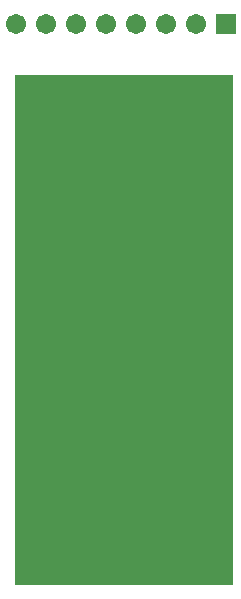
<source format=gts>
G04*
G04 #@! TF.GenerationSoftware,Altium Limited,Altium Designer,19.1.2 (11)*
G04*
G04 Layer_Color=8388736*
%FSLAX25Y25*%
%MOIN*%
G70*
G01*
G75*
%ADD11R,0.73000X1.70000*%
%ADD12R,0.06706X0.06706*%
%ADD13C,0.06706*%
%ADD14C,0.06800*%
%ADD15R,0.06800X0.06800*%
D11*
X150500Y214500D02*
D03*
D12*
X184500Y316500D02*
D03*
D13*
X174500D02*
D03*
X164500D02*
D03*
X154500D02*
D03*
X144500D02*
D03*
X134500D02*
D03*
X124500D02*
D03*
X114500D02*
D03*
D14*
X181000Y265500D02*
D03*
Y255500D02*
D03*
Y245500D02*
D03*
Y235500D02*
D03*
Y225500D02*
D03*
Y215500D02*
D03*
Y205500D02*
D03*
Y195500D02*
D03*
Y185500D02*
D03*
Y175500D02*
D03*
Y165500D02*
D03*
Y155500D02*
D03*
X121000Y145500D02*
D03*
X181000Y275500D02*
D03*
Y285500D02*
D03*
X121000Y155500D02*
D03*
Y165500D02*
D03*
Y175500D02*
D03*
Y185500D02*
D03*
Y195500D02*
D03*
Y205500D02*
D03*
Y215500D02*
D03*
Y225500D02*
D03*
Y235500D02*
D03*
Y265500D02*
D03*
Y245500D02*
D03*
Y255500D02*
D03*
Y275500D02*
D03*
Y285500D02*
D03*
D15*
X181000Y145500D02*
D03*
M02*

</source>
